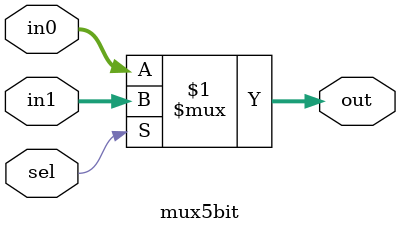
<source format=v>
module mux5bit (
    input [4:0] in0,
    input [4:0] in1,
    input       sel,

    output [4:0] out 
);
    
    assign out = (sel ? in1 : in0);

endmodule
</source>
